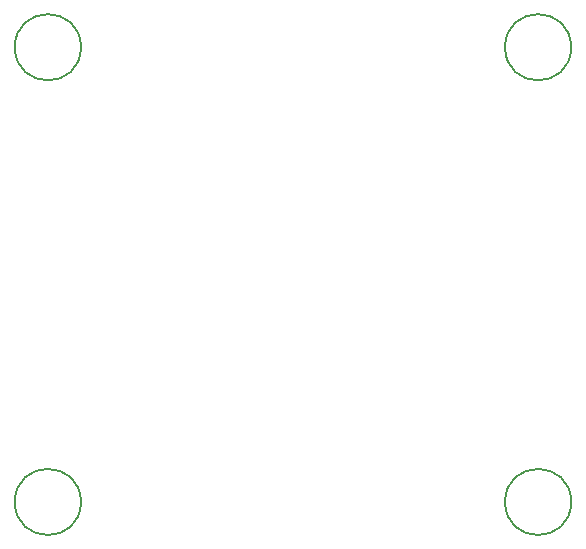
<source format=gbr>
G04 #@! TF.GenerationSoftware,KiCad,Pcbnew,(5.1.4)-1*
G04 #@! TF.CreationDate,2020-10-16T13:25:57+03:00*
G04 #@! TF.ProjectId,12V5A_breakout,31325635-415f-4627-9265-616b6f75742e,rev?*
G04 #@! TF.SameCoordinates,Original*
G04 #@! TF.FileFunction,Other,Comment*
%FSLAX46Y46*%
G04 Gerber Fmt 4.6, Leading zero omitted, Abs format (unit mm)*
G04 Created by KiCad (PCBNEW (5.1.4)-1) date 2020-10-16 13:25:57*
%MOMM*%
%LPD*%
G04 APERTURE LIST*
%ADD10C,0.150000*%
G04 APERTURE END LIST*
D10*
X122800000Y-81500000D02*
G75*
G03X122800000Y-81500000I-2800000J0D01*
G01*
X81300000Y-81500000D02*
G75*
G03X81300000Y-81500000I-2800000J0D01*
G01*
X81300000Y-43000000D02*
G75*
G03X81300000Y-43000000I-2800000J0D01*
G01*
X122800000Y-43000000D02*
G75*
G03X122800000Y-43000000I-2800000J0D01*
G01*
M02*

</source>
